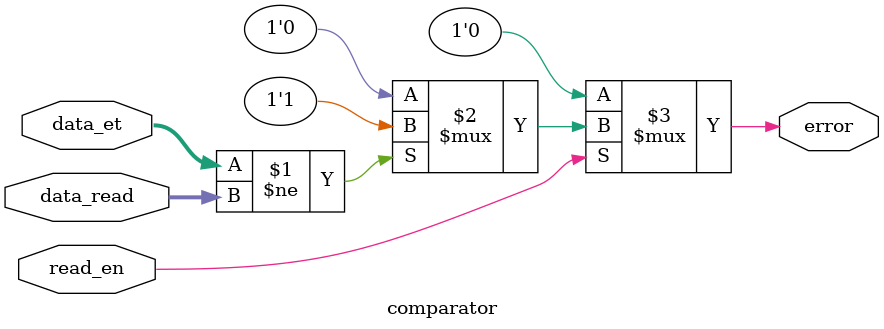
<source format=v>
module comparator (data_et, data_read, read_en, error);

parameter Dta_size=8;
input read_en;
input [Dta_size-1:0] data_et, data_read;
output error;

assign error=read_en ? ((data_et!=data_read) ? 1'b1 : 1'b0) : 1'b0;

endmodule

</source>
